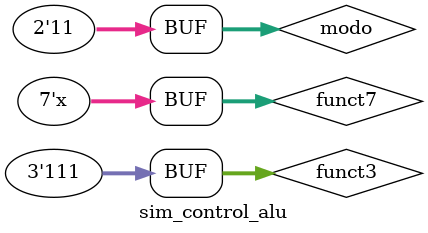
<source format=v>

`include "control_alu.v"

module sim_control_alu;
    integer i;
    reg  [1:0] modo; 
    reg  [2:0] funct3;
    reg  [6:0] funct7;
    wire [3:0] sel_alu;

    control_alu dut (
        .modo (modo),
        .funct3 (funct3),
        .funct7 (funct7),
        .sel_alu (sel_alu)
    );

    initial begin
        $dumpfile("control_alu.vcd");
        $dumpvars(0);
        
        modo = 2'b00;
        funct7 = 7'bxxxxxxx;
        funct3 = 3'bxxx;
        #10;

        modo = 2'b01;
        funct3 = 3'b000;funct7[5]=1'bx;#10;
        funct3 = 3'b001;funct7[5]=1'b0;#10;
        funct3 = 3'b010;funct7[5]=1'bx;#10;
        funct3 = 3'b011;funct7[5]=1'bx;#10;
        funct3 = 3'b100;funct7[5]=1'bx;#10;
        funct3 = 3'b101;funct7[5]=1'b0;#10;
        funct3 = 3'b101;funct7[5]=1'b1;#10;
        funct3 = 3'b110;funct7[5]=1'bx;#10;
        funct3 = 3'b111;funct7[5]=1'bx;#10;

        modo = 2'b10;
        funct3 = 3'b000;funct7[5]=1'b0;#10;
        funct3 = 3'b000;funct7[5]=1'b1;#10;
        funct3 = 3'b001;funct7[5]=1'b0;#10;
        funct3 = 3'b010;funct7[5]=1'b0;#10;
        funct3 = 3'b011;funct7[5]=1'b0;#10;
        funct3 = 3'b100;funct7[5]=1'b0;#10;
        funct3 = 3'b101;funct7[5]=1'b0;#10;
        funct3 = 3'b101;funct7[5]=1'b1;#10;
        funct3 = 3'b110;funct7[5]=1'b0;#10;
        funct3 = 3'b111;funct7[5]=1'b0;#10;

        modo = 2'b11;
        funct7[5]=1'bx;
        funct3 = 3'b000;#10;
        funct3 = 3'b001;#10;
        funct3 = 3'b100;#10;
        funct3 = 3'b101;#10;
        funct3 = 3'b110;#10;
        funct3 = 3'b111;#10;
        #10;
    end
endmodule
</source>
